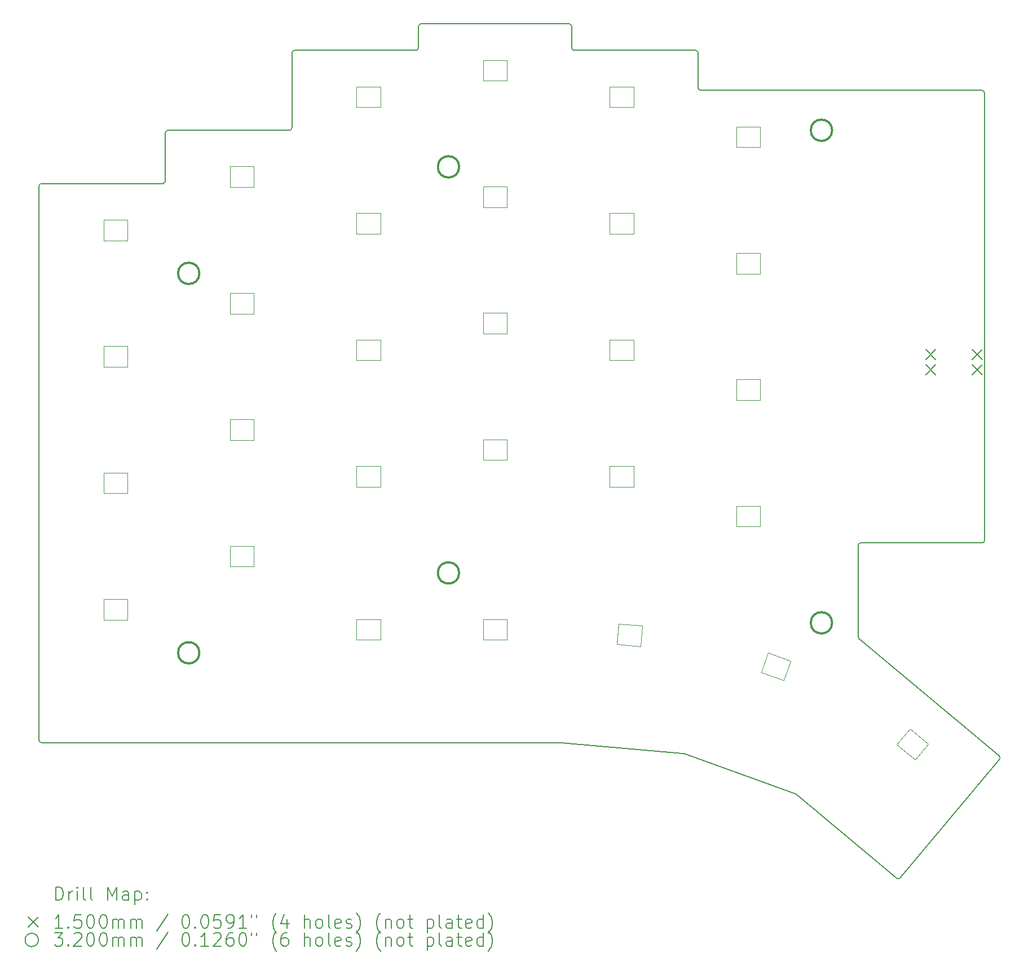
<source format=gbr>
%TF.GenerationSoftware,KiCad,Pcbnew,8.0.4*%
%TF.CreationDate,2024-11-01T23:58:40-06:00*%
%TF.ProjectId,boost58,626f6f73-7435-4382-9e6b-696361645f70,0.1*%
%TF.SameCoordinates,Original*%
%TF.FileFunction,Drillmap*%
%TF.FilePolarity,Positive*%
%FSLAX45Y45*%
G04 Gerber Fmt 4.5, Leading zero omitted, Abs format (unit mm)*
G04 Created by KiCad (PCBNEW 8.0.4) date 2024-11-01 23:58:40*
%MOMM*%
%LPD*%
G01*
G04 APERTURE LIST*
%ADD10C,0.150000*%
%ADD11C,0.120000*%
%ADD12C,0.200000*%
%ADD13C,0.320000*%
G04 APERTURE END LIST*
D10*
X12522032Y-13660553D02*
G75*
G02*
X12532226Y-13662813I-3472J-39787D01*
G01*
X10850000Y-2740000D02*
X10850000Y-3060000D01*
X8550000Y-2740000D02*
G75*
G02*
X8590000Y-2700000I40000J0D01*
G01*
X15164288Y-11933697D02*
X17267789Y-13698744D01*
X12532226Y-13662813D02*
X14219244Y-14276837D01*
X8550000Y-3060000D02*
X8550000Y-2740000D01*
X15781452Y-15532320D02*
X17272720Y-13755097D01*
X15781452Y-15532320D02*
G75*
G02*
X15725098Y-15537251I-30642J25710D01*
G01*
X6650000Y-4260000D02*
X6650000Y-3140000D01*
X8550000Y-3060000D02*
G75*
G02*
X8510000Y-3100000I-40000J0D01*
G01*
X17010000Y-3700000D02*
G75*
G02*
X17050000Y-3740000I0J-40000D01*
G01*
X10810000Y-2700000D02*
G75*
G02*
X10850000Y-2740000I0J-40000D01*
G01*
X2890000Y-13500000D02*
X10685155Y-13500000D01*
X17010000Y-10500000D02*
X15190000Y-10500000D01*
X2890000Y-5100000D02*
X4710000Y-5100000D01*
X10688642Y-13500152D02*
X12522032Y-13660553D01*
X15164288Y-11933697D02*
G75*
G02*
X15149999Y-11903055I25722J30647D01*
G01*
X2850000Y-5140000D02*
G75*
G02*
X2890000Y-5100000I40000J0D01*
G01*
X4750000Y-4340000D02*
G75*
G02*
X4790000Y-4300000I40000J0D01*
G01*
X4750000Y-5060000D02*
X4750000Y-4340000D01*
X17267789Y-13698744D02*
G75*
G02*
X17272715Y-13755093I-25699J-30636D01*
G01*
X2890000Y-13500000D02*
G75*
G02*
X2850000Y-13460000I0J40000D01*
G01*
X12710000Y-3100000D02*
G75*
G02*
X12750000Y-3140000I0J-40000D01*
G01*
X15150000Y-10540000D02*
G75*
G02*
X15190000Y-10500000I40000J0D01*
G01*
X17050000Y-10460000D02*
X17050000Y-3740000D01*
X4750000Y-5060000D02*
G75*
G02*
X4710000Y-5100000I-40000J0D01*
G01*
X8590000Y-2700000D02*
X10810000Y-2700000D01*
X6650000Y-4260000D02*
G75*
G02*
X6610000Y-4300000I-40000J0D01*
G01*
X6650000Y-3140000D02*
G75*
G02*
X6690000Y-3100000I40000J0D01*
G01*
X12790000Y-3700000D02*
X17010000Y-3700000D01*
X15150000Y-11903055D02*
X15150000Y-10540000D01*
X2850000Y-13460000D02*
X2850000Y-5140000D01*
X4790000Y-4300000D02*
X6610000Y-4300000D01*
X10890000Y-3100000D02*
G75*
G02*
X10850000Y-3060000I0J40000D01*
G01*
X12790000Y-3700000D02*
G75*
G02*
X12750000Y-3660000I0J40000D01*
G01*
X10685155Y-13500000D02*
G75*
G02*
X10688642Y-13500153I-15J-40250D01*
G01*
X17050000Y-10460000D02*
G75*
G02*
X17010000Y-10500000I-40000J0D01*
G01*
X10890000Y-3100000D02*
X12710000Y-3100000D01*
X6690000Y-3100000D02*
X8510000Y-3100000D01*
X14231275Y-14283783D02*
X15725099Y-15537251D01*
X12750000Y-3140000D02*
X12750000Y-3660000D01*
X14219244Y-14276837D02*
G75*
G02*
X14231276Y-14283782I-13654J-37553D01*
G01*
D11*
X5720000Y-4845000D02*
X6080000Y-4845000D01*
X6080000Y-5155000D01*
X5720000Y-5155000D01*
X5720000Y-4845000D01*
X7620000Y-5545000D02*
X7980000Y-5545000D01*
X7980000Y-5855000D01*
X7620000Y-5855000D01*
X7620000Y-5545000D01*
X13320000Y-8045000D02*
X13680000Y-8045000D01*
X13680000Y-8355000D01*
X13320000Y-8355000D01*
X13320000Y-8045000D01*
X7620000Y-11645000D02*
X7980000Y-11645000D01*
X7980000Y-11955000D01*
X7620000Y-11955000D01*
X7620000Y-11645000D01*
X11420000Y-7445000D02*
X11780000Y-7445000D01*
X11780000Y-7755000D01*
X11420000Y-7755000D01*
X11420000Y-7445000D01*
X5720000Y-8645000D02*
X6080000Y-8645000D01*
X6080000Y-8955000D01*
X5720000Y-8955000D01*
X5720000Y-8645000D01*
X3820000Y-11345000D02*
X4180000Y-11345000D01*
X4180000Y-11655000D01*
X3820000Y-11655000D01*
X3820000Y-11345000D01*
X13320000Y-4245000D02*
X13680000Y-4245000D01*
X13680000Y-4555000D01*
X13320000Y-4555000D01*
X13320000Y-4245000D01*
X7620000Y-3645000D02*
X7980000Y-3645000D01*
X7980000Y-3955000D01*
X7620000Y-3955000D01*
X7620000Y-3645000D01*
X11420000Y-5545000D02*
X11780000Y-5545000D01*
X11780000Y-5855000D01*
X11420000Y-5855000D01*
X11420000Y-5545000D01*
X16205050Y-13518445D02*
X16005786Y-13755919D01*
X15730010Y-13524515D01*
X15929274Y-13287041D01*
X16205050Y-13518445D01*
X11911414Y-11745048D02*
X11884396Y-12053868D01*
X11525766Y-12022492D01*
X11552784Y-11713672D01*
X11911414Y-11745048D01*
X3820000Y-7545000D02*
X4180000Y-7545000D01*
X4180000Y-7855000D01*
X3820000Y-7855000D01*
X3820000Y-7545000D01*
X9520000Y-8945000D02*
X9880000Y-8945000D01*
X9880000Y-9255000D01*
X9520000Y-9255000D01*
X9520000Y-8945000D01*
X5720000Y-6745000D02*
X6080000Y-6745000D01*
X6080000Y-7055000D01*
X5720000Y-7055000D01*
X5720000Y-6745000D01*
X13320000Y-9945000D02*
X13680000Y-9945000D01*
X13680000Y-10255000D01*
X13320000Y-10255000D01*
X13320000Y-9945000D01*
X7620000Y-7445000D02*
X7980000Y-7445000D01*
X7980000Y-7755000D01*
X7620000Y-7755000D01*
X7620000Y-7445000D01*
X9520000Y-5145000D02*
X9880000Y-5145000D01*
X9880000Y-5455000D01*
X9520000Y-5455000D01*
X9520000Y-5145000D01*
X9520000Y-7045000D02*
X9880000Y-7045000D01*
X9880000Y-7355000D01*
X9520000Y-7355000D01*
X9520000Y-7045000D01*
X5720000Y-10545000D02*
X6080000Y-10545000D01*
X6080000Y-10855000D01*
X5720000Y-10855000D01*
X5720000Y-10545000D01*
X7620000Y-9345000D02*
X7980000Y-9345000D01*
X7980000Y-9655000D01*
X7620000Y-9655000D01*
X7620000Y-9345000D01*
X9520000Y-3245000D02*
X9880000Y-3245000D01*
X9880000Y-3555000D01*
X9520000Y-3555000D01*
X9520000Y-3245000D01*
X11420000Y-3645000D02*
X11780000Y-3645000D01*
X11780000Y-3955000D01*
X11420000Y-3955000D01*
X11420000Y-3645000D01*
X3820000Y-5645000D02*
X4180000Y-5645000D01*
X4180000Y-5955000D01*
X3820000Y-5955000D01*
X3820000Y-5645000D01*
X14139478Y-12273751D02*
X14033451Y-12565056D01*
X13695162Y-12441929D01*
X13801188Y-12150624D01*
X14139478Y-12273751D01*
X3820000Y-9445000D02*
X4180000Y-9445000D01*
X4180000Y-9755000D01*
X3820000Y-9755000D01*
X3820000Y-9445000D01*
X9520000Y-11645000D02*
X9880000Y-11645000D01*
X9880000Y-11955000D01*
X9520000Y-11955000D01*
X9520000Y-11645000D01*
X11420000Y-9345000D02*
X11780000Y-9345000D01*
X11780000Y-9655000D01*
X11420000Y-9655000D01*
X11420000Y-9345000D01*
X13320000Y-6145000D02*
X13680000Y-6145000D01*
X13680000Y-6455000D01*
X13320000Y-6455000D01*
X13320000Y-6145000D01*
D12*
D10*
X16165000Y-7595000D02*
X16315000Y-7745000D01*
X16315000Y-7595000D02*
X16165000Y-7745000D01*
X16165000Y-7825000D02*
X16315000Y-7975000D01*
X16315000Y-7825000D02*
X16165000Y-7975000D01*
X16865000Y-7595000D02*
X17015000Y-7745000D01*
X17015000Y-7595000D02*
X16865000Y-7745000D01*
X16865000Y-7825000D02*
X17015000Y-7975000D01*
X17015000Y-7825000D02*
X16865000Y-7975000D01*
D13*
X5260000Y-6450000D02*
G75*
G02*
X4940000Y-6450000I-160000J0D01*
G01*
X4940000Y-6450000D02*
G75*
G02*
X5260000Y-6450000I160000J0D01*
G01*
X5260000Y-12150000D02*
G75*
G02*
X4940000Y-12150000I-160000J0D01*
G01*
X4940000Y-12150000D02*
G75*
G02*
X5260000Y-12150000I160000J0D01*
G01*
X9160000Y-4850000D02*
G75*
G02*
X8840000Y-4850000I-160000J0D01*
G01*
X8840000Y-4850000D02*
G75*
G02*
X9160000Y-4850000I160000J0D01*
G01*
X9160000Y-10950000D02*
G75*
G02*
X8840000Y-10950000I-160000J0D01*
G01*
X8840000Y-10950000D02*
G75*
G02*
X9160000Y-10950000I160000J0D01*
G01*
X14760000Y-4300000D02*
G75*
G02*
X14440000Y-4300000I-160000J0D01*
G01*
X14440000Y-4300000D02*
G75*
G02*
X14760000Y-4300000I160000J0D01*
G01*
X14760000Y-11700000D02*
G75*
G02*
X14440000Y-11700000I-160000J0D01*
G01*
X14440000Y-11700000D02*
G75*
G02*
X14760000Y-11700000I160000J0D01*
G01*
D12*
X3103277Y-15865593D02*
X3103277Y-15665593D01*
X3103277Y-15665593D02*
X3150896Y-15665593D01*
X3150896Y-15665593D02*
X3179467Y-15675117D01*
X3179467Y-15675117D02*
X3198515Y-15694165D01*
X3198515Y-15694165D02*
X3208039Y-15713212D01*
X3208039Y-15713212D02*
X3217562Y-15751307D01*
X3217562Y-15751307D02*
X3217562Y-15779879D01*
X3217562Y-15779879D02*
X3208039Y-15817974D01*
X3208039Y-15817974D02*
X3198515Y-15837022D01*
X3198515Y-15837022D02*
X3179467Y-15856069D01*
X3179467Y-15856069D02*
X3150896Y-15865593D01*
X3150896Y-15865593D02*
X3103277Y-15865593D01*
X3303277Y-15865593D02*
X3303277Y-15732260D01*
X3303277Y-15770355D02*
X3312801Y-15751307D01*
X3312801Y-15751307D02*
X3322324Y-15741784D01*
X3322324Y-15741784D02*
X3341372Y-15732260D01*
X3341372Y-15732260D02*
X3360420Y-15732260D01*
X3427086Y-15865593D02*
X3427086Y-15732260D01*
X3427086Y-15665593D02*
X3417562Y-15675117D01*
X3417562Y-15675117D02*
X3427086Y-15684641D01*
X3427086Y-15684641D02*
X3436610Y-15675117D01*
X3436610Y-15675117D02*
X3427086Y-15665593D01*
X3427086Y-15665593D02*
X3427086Y-15684641D01*
X3550896Y-15865593D02*
X3531848Y-15856069D01*
X3531848Y-15856069D02*
X3522324Y-15837022D01*
X3522324Y-15837022D02*
X3522324Y-15665593D01*
X3655658Y-15865593D02*
X3636610Y-15856069D01*
X3636610Y-15856069D02*
X3627086Y-15837022D01*
X3627086Y-15837022D02*
X3627086Y-15665593D01*
X3884229Y-15865593D02*
X3884229Y-15665593D01*
X3884229Y-15665593D02*
X3950896Y-15808450D01*
X3950896Y-15808450D02*
X4017562Y-15665593D01*
X4017562Y-15665593D02*
X4017562Y-15865593D01*
X4198515Y-15865593D02*
X4198515Y-15760831D01*
X4198515Y-15760831D02*
X4188991Y-15741784D01*
X4188991Y-15741784D02*
X4169943Y-15732260D01*
X4169943Y-15732260D02*
X4131848Y-15732260D01*
X4131848Y-15732260D02*
X4112801Y-15741784D01*
X4198515Y-15856069D02*
X4179467Y-15865593D01*
X4179467Y-15865593D02*
X4131848Y-15865593D01*
X4131848Y-15865593D02*
X4112801Y-15856069D01*
X4112801Y-15856069D02*
X4103277Y-15837022D01*
X4103277Y-15837022D02*
X4103277Y-15817974D01*
X4103277Y-15817974D02*
X4112801Y-15798927D01*
X4112801Y-15798927D02*
X4131848Y-15789403D01*
X4131848Y-15789403D02*
X4179467Y-15789403D01*
X4179467Y-15789403D02*
X4198515Y-15779879D01*
X4293753Y-15732260D02*
X4293753Y-15932260D01*
X4293753Y-15741784D02*
X4312801Y-15732260D01*
X4312801Y-15732260D02*
X4350896Y-15732260D01*
X4350896Y-15732260D02*
X4369944Y-15741784D01*
X4369944Y-15741784D02*
X4379467Y-15751307D01*
X4379467Y-15751307D02*
X4388991Y-15770355D01*
X4388991Y-15770355D02*
X4388991Y-15827498D01*
X4388991Y-15827498D02*
X4379467Y-15846546D01*
X4379467Y-15846546D02*
X4369944Y-15856069D01*
X4369944Y-15856069D02*
X4350896Y-15865593D01*
X4350896Y-15865593D02*
X4312801Y-15865593D01*
X4312801Y-15865593D02*
X4293753Y-15856069D01*
X4474705Y-15846546D02*
X4484229Y-15856069D01*
X4484229Y-15856069D02*
X4474705Y-15865593D01*
X4474705Y-15865593D02*
X4465182Y-15856069D01*
X4465182Y-15856069D02*
X4474705Y-15846546D01*
X4474705Y-15846546D02*
X4474705Y-15865593D01*
X4474705Y-15741784D02*
X4484229Y-15751307D01*
X4484229Y-15751307D02*
X4474705Y-15760831D01*
X4474705Y-15760831D02*
X4465182Y-15751307D01*
X4465182Y-15751307D02*
X4474705Y-15741784D01*
X4474705Y-15741784D02*
X4474705Y-15760831D01*
D10*
X2692500Y-16119109D02*
X2842500Y-16269109D01*
X2842500Y-16119109D02*
X2692500Y-16269109D01*
D12*
X3208039Y-16285593D02*
X3093753Y-16285593D01*
X3150896Y-16285593D02*
X3150896Y-16085593D01*
X3150896Y-16085593D02*
X3131848Y-16114165D01*
X3131848Y-16114165D02*
X3112801Y-16133212D01*
X3112801Y-16133212D02*
X3093753Y-16142736D01*
X3293753Y-16266546D02*
X3303277Y-16276069D01*
X3303277Y-16276069D02*
X3293753Y-16285593D01*
X3293753Y-16285593D02*
X3284229Y-16276069D01*
X3284229Y-16276069D02*
X3293753Y-16266546D01*
X3293753Y-16266546D02*
X3293753Y-16285593D01*
X3484229Y-16085593D02*
X3388991Y-16085593D01*
X3388991Y-16085593D02*
X3379467Y-16180831D01*
X3379467Y-16180831D02*
X3388991Y-16171307D01*
X3388991Y-16171307D02*
X3408039Y-16161784D01*
X3408039Y-16161784D02*
X3455658Y-16161784D01*
X3455658Y-16161784D02*
X3474705Y-16171307D01*
X3474705Y-16171307D02*
X3484229Y-16180831D01*
X3484229Y-16180831D02*
X3493753Y-16199879D01*
X3493753Y-16199879D02*
X3493753Y-16247498D01*
X3493753Y-16247498D02*
X3484229Y-16266546D01*
X3484229Y-16266546D02*
X3474705Y-16276069D01*
X3474705Y-16276069D02*
X3455658Y-16285593D01*
X3455658Y-16285593D02*
X3408039Y-16285593D01*
X3408039Y-16285593D02*
X3388991Y-16276069D01*
X3388991Y-16276069D02*
X3379467Y-16266546D01*
X3617562Y-16085593D02*
X3636610Y-16085593D01*
X3636610Y-16085593D02*
X3655658Y-16095117D01*
X3655658Y-16095117D02*
X3665182Y-16104641D01*
X3665182Y-16104641D02*
X3674705Y-16123688D01*
X3674705Y-16123688D02*
X3684229Y-16161784D01*
X3684229Y-16161784D02*
X3684229Y-16209403D01*
X3684229Y-16209403D02*
X3674705Y-16247498D01*
X3674705Y-16247498D02*
X3665182Y-16266546D01*
X3665182Y-16266546D02*
X3655658Y-16276069D01*
X3655658Y-16276069D02*
X3636610Y-16285593D01*
X3636610Y-16285593D02*
X3617562Y-16285593D01*
X3617562Y-16285593D02*
X3598515Y-16276069D01*
X3598515Y-16276069D02*
X3588991Y-16266546D01*
X3588991Y-16266546D02*
X3579467Y-16247498D01*
X3579467Y-16247498D02*
X3569943Y-16209403D01*
X3569943Y-16209403D02*
X3569943Y-16161784D01*
X3569943Y-16161784D02*
X3579467Y-16123688D01*
X3579467Y-16123688D02*
X3588991Y-16104641D01*
X3588991Y-16104641D02*
X3598515Y-16095117D01*
X3598515Y-16095117D02*
X3617562Y-16085593D01*
X3808039Y-16085593D02*
X3827086Y-16085593D01*
X3827086Y-16085593D02*
X3846134Y-16095117D01*
X3846134Y-16095117D02*
X3855658Y-16104641D01*
X3855658Y-16104641D02*
X3865182Y-16123688D01*
X3865182Y-16123688D02*
X3874705Y-16161784D01*
X3874705Y-16161784D02*
X3874705Y-16209403D01*
X3874705Y-16209403D02*
X3865182Y-16247498D01*
X3865182Y-16247498D02*
X3855658Y-16266546D01*
X3855658Y-16266546D02*
X3846134Y-16276069D01*
X3846134Y-16276069D02*
X3827086Y-16285593D01*
X3827086Y-16285593D02*
X3808039Y-16285593D01*
X3808039Y-16285593D02*
X3788991Y-16276069D01*
X3788991Y-16276069D02*
X3779467Y-16266546D01*
X3779467Y-16266546D02*
X3769943Y-16247498D01*
X3769943Y-16247498D02*
X3760420Y-16209403D01*
X3760420Y-16209403D02*
X3760420Y-16161784D01*
X3760420Y-16161784D02*
X3769943Y-16123688D01*
X3769943Y-16123688D02*
X3779467Y-16104641D01*
X3779467Y-16104641D02*
X3788991Y-16095117D01*
X3788991Y-16095117D02*
X3808039Y-16085593D01*
X3960420Y-16285593D02*
X3960420Y-16152260D01*
X3960420Y-16171307D02*
X3969943Y-16161784D01*
X3969943Y-16161784D02*
X3988991Y-16152260D01*
X3988991Y-16152260D02*
X4017563Y-16152260D01*
X4017563Y-16152260D02*
X4036610Y-16161784D01*
X4036610Y-16161784D02*
X4046134Y-16180831D01*
X4046134Y-16180831D02*
X4046134Y-16285593D01*
X4046134Y-16180831D02*
X4055658Y-16161784D01*
X4055658Y-16161784D02*
X4074705Y-16152260D01*
X4074705Y-16152260D02*
X4103277Y-16152260D01*
X4103277Y-16152260D02*
X4122324Y-16161784D01*
X4122324Y-16161784D02*
X4131848Y-16180831D01*
X4131848Y-16180831D02*
X4131848Y-16285593D01*
X4227086Y-16285593D02*
X4227086Y-16152260D01*
X4227086Y-16171307D02*
X4236610Y-16161784D01*
X4236610Y-16161784D02*
X4255658Y-16152260D01*
X4255658Y-16152260D02*
X4284229Y-16152260D01*
X4284229Y-16152260D02*
X4303277Y-16161784D01*
X4303277Y-16161784D02*
X4312801Y-16180831D01*
X4312801Y-16180831D02*
X4312801Y-16285593D01*
X4312801Y-16180831D02*
X4322325Y-16161784D01*
X4322325Y-16161784D02*
X4341372Y-16152260D01*
X4341372Y-16152260D02*
X4369944Y-16152260D01*
X4369944Y-16152260D02*
X4388991Y-16161784D01*
X4388991Y-16161784D02*
X4398515Y-16180831D01*
X4398515Y-16180831D02*
X4398515Y-16285593D01*
X4788991Y-16076069D02*
X4617563Y-16333212D01*
X5046134Y-16085593D02*
X5065182Y-16085593D01*
X5065182Y-16085593D02*
X5084229Y-16095117D01*
X5084229Y-16095117D02*
X5093753Y-16104641D01*
X5093753Y-16104641D02*
X5103277Y-16123688D01*
X5103277Y-16123688D02*
X5112801Y-16161784D01*
X5112801Y-16161784D02*
X5112801Y-16209403D01*
X5112801Y-16209403D02*
X5103277Y-16247498D01*
X5103277Y-16247498D02*
X5093753Y-16266546D01*
X5093753Y-16266546D02*
X5084229Y-16276069D01*
X5084229Y-16276069D02*
X5065182Y-16285593D01*
X5065182Y-16285593D02*
X5046134Y-16285593D01*
X5046134Y-16285593D02*
X5027087Y-16276069D01*
X5027087Y-16276069D02*
X5017563Y-16266546D01*
X5017563Y-16266546D02*
X5008039Y-16247498D01*
X5008039Y-16247498D02*
X4998515Y-16209403D01*
X4998515Y-16209403D02*
X4998515Y-16161784D01*
X4998515Y-16161784D02*
X5008039Y-16123688D01*
X5008039Y-16123688D02*
X5017563Y-16104641D01*
X5017563Y-16104641D02*
X5027087Y-16095117D01*
X5027087Y-16095117D02*
X5046134Y-16085593D01*
X5198515Y-16266546D02*
X5208039Y-16276069D01*
X5208039Y-16276069D02*
X5198515Y-16285593D01*
X5198515Y-16285593D02*
X5188991Y-16276069D01*
X5188991Y-16276069D02*
X5198515Y-16266546D01*
X5198515Y-16266546D02*
X5198515Y-16285593D01*
X5331848Y-16085593D02*
X5350896Y-16085593D01*
X5350896Y-16085593D02*
X5369944Y-16095117D01*
X5369944Y-16095117D02*
X5379468Y-16104641D01*
X5379468Y-16104641D02*
X5388991Y-16123688D01*
X5388991Y-16123688D02*
X5398515Y-16161784D01*
X5398515Y-16161784D02*
X5398515Y-16209403D01*
X5398515Y-16209403D02*
X5388991Y-16247498D01*
X5388991Y-16247498D02*
X5379468Y-16266546D01*
X5379468Y-16266546D02*
X5369944Y-16276069D01*
X5369944Y-16276069D02*
X5350896Y-16285593D01*
X5350896Y-16285593D02*
X5331848Y-16285593D01*
X5331848Y-16285593D02*
X5312801Y-16276069D01*
X5312801Y-16276069D02*
X5303277Y-16266546D01*
X5303277Y-16266546D02*
X5293753Y-16247498D01*
X5293753Y-16247498D02*
X5284229Y-16209403D01*
X5284229Y-16209403D02*
X5284229Y-16161784D01*
X5284229Y-16161784D02*
X5293753Y-16123688D01*
X5293753Y-16123688D02*
X5303277Y-16104641D01*
X5303277Y-16104641D02*
X5312801Y-16095117D01*
X5312801Y-16095117D02*
X5331848Y-16085593D01*
X5579468Y-16085593D02*
X5484229Y-16085593D01*
X5484229Y-16085593D02*
X5474706Y-16180831D01*
X5474706Y-16180831D02*
X5484229Y-16171307D01*
X5484229Y-16171307D02*
X5503277Y-16161784D01*
X5503277Y-16161784D02*
X5550896Y-16161784D01*
X5550896Y-16161784D02*
X5569944Y-16171307D01*
X5569944Y-16171307D02*
X5579468Y-16180831D01*
X5579468Y-16180831D02*
X5588991Y-16199879D01*
X5588991Y-16199879D02*
X5588991Y-16247498D01*
X5588991Y-16247498D02*
X5579468Y-16266546D01*
X5579468Y-16266546D02*
X5569944Y-16276069D01*
X5569944Y-16276069D02*
X5550896Y-16285593D01*
X5550896Y-16285593D02*
X5503277Y-16285593D01*
X5503277Y-16285593D02*
X5484229Y-16276069D01*
X5484229Y-16276069D02*
X5474706Y-16266546D01*
X5684229Y-16285593D02*
X5722325Y-16285593D01*
X5722325Y-16285593D02*
X5741372Y-16276069D01*
X5741372Y-16276069D02*
X5750896Y-16266546D01*
X5750896Y-16266546D02*
X5769944Y-16237974D01*
X5769944Y-16237974D02*
X5779467Y-16199879D01*
X5779467Y-16199879D02*
X5779467Y-16123688D01*
X5779467Y-16123688D02*
X5769944Y-16104641D01*
X5769944Y-16104641D02*
X5760420Y-16095117D01*
X5760420Y-16095117D02*
X5741372Y-16085593D01*
X5741372Y-16085593D02*
X5703277Y-16085593D01*
X5703277Y-16085593D02*
X5684229Y-16095117D01*
X5684229Y-16095117D02*
X5674706Y-16104641D01*
X5674706Y-16104641D02*
X5665182Y-16123688D01*
X5665182Y-16123688D02*
X5665182Y-16171307D01*
X5665182Y-16171307D02*
X5674706Y-16190355D01*
X5674706Y-16190355D02*
X5684229Y-16199879D01*
X5684229Y-16199879D02*
X5703277Y-16209403D01*
X5703277Y-16209403D02*
X5741372Y-16209403D01*
X5741372Y-16209403D02*
X5760420Y-16199879D01*
X5760420Y-16199879D02*
X5769944Y-16190355D01*
X5769944Y-16190355D02*
X5779467Y-16171307D01*
X5969944Y-16285593D02*
X5855658Y-16285593D01*
X5912801Y-16285593D02*
X5912801Y-16085593D01*
X5912801Y-16085593D02*
X5893753Y-16114165D01*
X5893753Y-16114165D02*
X5874706Y-16133212D01*
X5874706Y-16133212D02*
X5855658Y-16142736D01*
X6046134Y-16085593D02*
X6046134Y-16123688D01*
X6122325Y-16085593D02*
X6122325Y-16123688D01*
X6417563Y-16361784D02*
X6408039Y-16352260D01*
X6408039Y-16352260D02*
X6388991Y-16323688D01*
X6388991Y-16323688D02*
X6379468Y-16304641D01*
X6379468Y-16304641D02*
X6369944Y-16276069D01*
X6369944Y-16276069D02*
X6360420Y-16228450D01*
X6360420Y-16228450D02*
X6360420Y-16190355D01*
X6360420Y-16190355D02*
X6369944Y-16142736D01*
X6369944Y-16142736D02*
X6379468Y-16114165D01*
X6379468Y-16114165D02*
X6388991Y-16095117D01*
X6388991Y-16095117D02*
X6408039Y-16066546D01*
X6408039Y-16066546D02*
X6417563Y-16057022D01*
X6579468Y-16152260D02*
X6579468Y-16285593D01*
X6531848Y-16076069D02*
X6484229Y-16218927D01*
X6484229Y-16218927D02*
X6608039Y-16218927D01*
X6836610Y-16285593D02*
X6836610Y-16085593D01*
X6922325Y-16285593D02*
X6922325Y-16180831D01*
X6922325Y-16180831D02*
X6912801Y-16161784D01*
X6912801Y-16161784D02*
X6893753Y-16152260D01*
X6893753Y-16152260D02*
X6865182Y-16152260D01*
X6865182Y-16152260D02*
X6846134Y-16161784D01*
X6846134Y-16161784D02*
X6836610Y-16171307D01*
X7046134Y-16285593D02*
X7027087Y-16276069D01*
X7027087Y-16276069D02*
X7017563Y-16266546D01*
X7017563Y-16266546D02*
X7008039Y-16247498D01*
X7008039Y-16247498D02*
X7008039Y-16190355D01*
X7008039Y-16190355D02*
X7017563Y-16171307D01*
X7017563Y-16171307D02*
X7027087Y-16161784D01*
X7027087Y-16161784D02*
X7046134Y-16152260D01*
X7046134Y-16152260D02*
X7074706Y-16152260D01*
X7074706Y-16152260D02*
X7093753Y-16161784D01*
X7093753Y-16161784D02*
X7103277Y-16171307D01*
X7103277Y-16171307D02*
X7112801Y-16190355D01*
X7112801Y-16190355D02*
X7112801Y-16247498D01*
X7112801Y-16247498D02*
X7103277Y-16266546D01*
X7103277Y-16266546D02*
X7093753Y-16276069D01*
X7093753Y-16276069D02*
X7074706Y-16285593D01*
X7074706Y-16285593D02*
X7046134Y-16285593D01*
X7227087Y-16285593D02*
X7208039Y-16276069D01*
X7208039Y-16276069D02*
X7198515Y-16257022D01*
X7198515Y-16257022D02*
X7198515Y-16085593D01*
X7379468Y-16276069D02*
X7360420Y-16285593D01*
X7360420Y-16285593D02*
X7322325Y-16285593D01*
X7322325Y-16285593D02*
X7303277Y-16276069D01*
X7303277Y-16276069D02*
X7293753Y-16257022D01*
X7293753Y-16257022D02*
X7293753Y-16180831D01*
X7293753Y-16180831D02*
X7303277Y-16161784D01*
X7303277Y-16161784D02*
X7322325Y-16152260D01*
X7322325Y-16152260D02*
X7360420Y-16152260D01*
X7360420Y-16152260D02*
X7379468Y-16161784D01*
X7379468Y-16161784D02*
X7388991Y-16180831D01*
X7388991Y-16180831D02*
X7388991Y-16199879D01*
X7388991Y-16199879D02*
X7293753Y-16218927D01*
X7465182Y-16276069D02*
X7484230Y-16285593D01*
X7484230Y-16285593D02*
X7522325Y-16285593D01*
X7522325Y-16285593D02*
X7541372Y-16276069D01*
X7541372Y-16276069D02*
X7550896Y-16257022D01*
X7550896Y-16257022D02*
X7550896Y-16247498D01*
X7550896Y-16247498D02*
X7541372Y-16228450D01*
X7541372Y-16228450D02*
X7522325Y-16218927D01*
X7522325Y-16218927D02*
X7493753Y-16218927D01*
X7493753Y-16218927D02*
X7474706Y-16209403D01*
X7474706Y-16209403D02*
X7465182Y-16190355D01*
X7465182Y-16190355D02*
X7465182Y-16180831D01*
X7465182Y-16180831D02*
X7474706Y-16161784D01*
X7474706Y-16161784D02*
X7493753Y-16152260D01*
X7493753Y-16152260D02*
X7522325Y-16152260D01*
X7522325Y-16152260D02*
X7541372Y-16161784D01*
X7617563Y-16361784D02*
X7627087Y-16352260D01*
X7627087Y-16352260D02*
X7646134Y-16323688D01*
X7646134Y-16323688D02*
X7655658Y-16304641D01*
X7655658Y-16304641D02*
X7665182Y-16276069D01*
X7665182Y-16276069D02*
X7674706Y-16228450D01*
X7674706Y-16228450D02*
X7674706Y-16190355D01*
X7674706Y-16190355D02*
X7665182Y-16142736D01*
X7665182Y-16142736D02*
X7655658Y-16114165D01*
X7655658Y-16114165D02*
X7646134Y-16095117D01*
X7646134Y-16095117D02*
X7627087Y-16066546D01*
X7627087Y-16066546D02*
X7617563Y-16057022D01*
X7979468Y-16361784D02*
X7969944Y-16352260D01*
X7969944Y-16352260D02*
X7950896Y-16323688D01*
X7950896Y-16323688D02*
X7941372Y-16304641D01*
X7941372Y-16304641D02*
X7931849Y-16276069D01*
X7931849Y-16276069D02*
X7922325Y-16228450D01*
X7922325Y-16228450D02*
X7922325Y-16190355D01*
X7922325Y-16190355D02*
X7931849Y-16142736D01*
X7931849Y-16142736D02*
X7941372Y-16114165D01*
X7941372Y-16114165D02*
X7950896Y-16095117D01*
X7950896Y-16095117D02*
X7969944Y-16066546D01*
X7969944Y-16066546D02*
X7979468Y-16057022D01*
X8055658Y-16152260D02*
X8055658Y-16285593D01*
X8055658Y-16171307D02*
X8065182Y-16161784D01*
X8065182Y-16161784D02*
X8084230Y-16152260D01*
X8084230Y-16152260D02*
X8112801Y-16152260D01*
X8112801Y-16152260D02*
X8131849Y-16161784D01*
X8131849Y-16161784D02*
X8141372Y-16180831D01*
X8141372Y-16180831D02*
X8141372Y-16285593D01*
X8265182Y-16285593D02*
X8246134Y-16276069D01*
X8246134Y-16276069D02*
X8236611Y-16266546D01*
X8236611Y-16266546D02*
X8227087Y-16247498D01*
X8227087Y-16247498D02*
X8227087Y-16190355D01*
X8227087Y-16190355D02*
X8236611Y-16171307D01*
X8236611Y-16171307D02*
X8246134Y-16161784D01*
X8246134Y-16161784D02*
X8265182Y-16152260D01*
X8265182Y-16152260D02*
X8293753Y-16152260D01*
X8293753Y-16152260D02*
X8312801Y-16161784D01*
X8312801Y-16161784D02*
X8322325Y-16171307D01*
X8322325Y-16171307D02*
X8331849Y-16190355D01*
X8331849Y-16190355D02*
X8331849Y-16247498D01*
X8331849Y-16247498D02*
X8322325Y-16266546D01*
X8322325Y-16266546D02*
X8312801Y-16276069D01*
X8312801Y-16276069D02*
X8293753Y-16285593D01*
X8293753Y-16285593D02*
X8265182Y-16285593D01*
X8388992Y-16152260D02*
X8465182Y-16152260D01*
X8417563Y-16085593D02*
X8417563Y-16257022D01*
X8417563Y-16257022D02*
X8427087Y-16276069D01*
X8427087Y-16276069D02*
X8446134Y-16285593D01*
X8446134Y-16285593D02*
X8465182Y-16285593D01*
X8684230Y-16152260D02*
X8684230Y-16352260D01*
X8684230Y-16161784D02*
X8703277Y-16152260D01*
X8703277Y-16152260D02*
X8741373Y-16152260D01*
X8741373Y-16152260D02*
X8760420Y-16161784D01*
X8760420Y-16161784D02*
X8769944Y-16171307D01*
X8769944Y-16171307D02*
X8779468Y-16190355D01*
X8779468Y-16190355D02*
X8779468Y-16247498D01*
X8779468Y-16247498D02*
X8769944Y-16266546D01*
X8769944Y-16266546D02*
X8760420Y-16276069D01*
X8760420Y-16276069D02*
X8741373Y-16285593D01*
X8741373Y-16285593D02*
X8703277Y-16285593D01*
X8703277Y-16285593D02*
X8684230Y-16276069D01*
X8893754Y-16285593D02*
X8874706Y-16276069D01*
X8874706Y-16276069D02*
X8865182Y-16257022D01*
X8865182Y-16257022D02*
X8865182Y-16085593D01*
X9055658Y-16285593D02*
X9055658Y-16180831D01*
X9055658Y-16180831D02*
X9046135Y-16161784D01*
X9046135Y-16161784D02*
X9027087Y-16152260D01*
X9027087Y-16152260D02*
X8988992Y-16152260D01*
X8988992Y-16152260D02*
X8969944Y-16161784D01*
X9055658Y-16276069D02*
X9036611Y-16285593D01*
X9036611Y-16285593D02*
X8988992Y-16285593D01*
X8988992Y-16285593D02*
X8969944Y-16276069D01*
X8969944Y-16276069D02*
X8960420Y-16257022D01*
X8960420Y-16257022D02*
X8960420Y-16237974D01*
X8960420Y-16237974D02*
X8969944Y-16218927D01*
X8969944Y-16218927D02*
X8988992Y-16209403D01*
X8988992Y-16209403D02*
X9036611Y-16209403D01*
X9036611Y-16209403D02*
X9055658Y-16199879D01*
X9122325Y-16152260D02*
X9198515Y-16152260D01*
X9150896Y-16085593D02*
X9150896Y-16257022D01*
X9150896Y-16257022D02*
X9160420Y-16276069D01*
X9160420Y-16276069D02*
X9179468Y-16285593D01*
X9179468Y-16285593D02*
X9198515Y-16285593D01*
X9341373Y-16276069D02*
X9322325Y-16285593D01*
X9322325Y-16285593D02*
X9284230Y-16285593D01*
X9284230Y-16285593D02*
X9265182Y-16276069D01*
X9265182Y-16276069D02*
X9255658Y-16257022D01*
X9255658Y-16257022D02*
X9255658Y-16180831D01*
X9255658Y-16180831D02*
X9265182Y-16161784D01*
X9265182Y-16161784D02*
X9284230Y-16152260D01*
X9284230Y-16152260D02*
X9322325Y-16152260D01*
X9322325Y-16152260D02*
X9341373Y-16161784D01*
X9341373Y-16161784D02*
X9350896Y-16180831D01*
X9350896Y-16180831D02*
X9350896Y-16199879D01*
X9350896Y-16199879D02*
X9255658Y-16218927D01*
X9522325Y-16285593D02*
X9522325Y-16085593D01*
X9522325Y-16276069D02*
X9503277Y-16285593D01*
X9503277Y-16285593D02*
X9465182Y-16285593D01*
X9465182Y-16285593D02*
X9446135Y-16276069D01*
X9446135Y-16276069D02*
X9436611Y-16266546D01*
X9436611Y-16266546D02*
X9427087Y-16247498D01*
X9427087Y-16247498D02*
X9427087Y-16190355D01*
X9427087Y-16190355D02*
X9436611Y-16171307D01*
X9436611Y-16171307D02*
X9446135Y-16161784D01*
X9446135Y-16161784D02*
X9465182Y-16152260D01*
X9465182Y-16152260D02*
X9503277Y-16152260D01*
X9503277Y-16152260D02*
X9522325Y-16161784D01*
X9598516Y-16361784D02*
X9608039Y-16352260D01*
X9608039Y-16352260D02*
X9627087Y-16323688D01*
X9627087Y-16323688D02*
X9636611Y-16304641D01*
X9636611Y-16304641D02*
X9646135Y-16276069D01*
X9646135Y-16276069D02*
X9655658Y-16228450D01*
X9655658Y-16228450D02*
X9655658Y-16190355D01*
X9655658Y-16190355D02*
X9646135Y-16142736D01*
X9646135Y-16142736D02*
X9636611Y-16114165D01*
X9636611Y-16114165D02*
X9627087Y-16095117D01*
X9627087Y-16095117D02*
X9608039Y-16066546D01*
X9608039Y-16066546D02*
X9598516Y-16057022D01*
X2842500Y-16464109D02*
G75*
G02*
X2642500Y-16464109I-100000J0D01*
G01*
X2642500Y-16464109D02*
G75*
G02*
X2842500Y-16464109I100000J0D01*
G01*
X3084229Y-16355593D02*
X3208039Y-16355593D01*
X3208039Y-16355593D02*
X3141372Y-16431784D01*
X3141372Y-16431784D02*
X3169943Y-16431784D01*
X3169943Y-16431784D02*
X3188991Y-16441307D01*
X3188991Y-16441307D02*
X3198515Y-16450831D01*
X3198515Y-16450831D02*
X3208039Y-16469879D01*
X3208039Y-16469879D02*
X3208039Y-16517498D01*
X3208039Y-16517498D02*
X3198515Y-16536546D01*
X3198515Y-16536546D02*
X3188991Y-16546069D01*
X3188991Y-16546069D02*
X3169943Y-16555593D01*
X3169943Y-16555593D02*
X3112801Y-16555593D01*
X3112801Y-16555593D02*
X3093753Y-16546069D01*
X3093753Y-16546069D02*
X3084229Y-16536546D01*
X3293753Y-16536546D02*
X3303277Y-16546069D01*
X3303277Y-16546069D02*
X3293753Y-16555593D01*
X3293753Y-16555593D02*
X3284229Y-16546069D01*
X3284229Y-16546069D02*
X3293753Y-16536546D01*
X3293753Y-16536546D02*
X3293753Y-16555593D01*
X3379467Y-16374641D02*
X3388991Y-16365117D01*
X3388991Y-16365117D02*
X3408039Y-16355593D01*
X3408039Y-16355593D02*
X3455658Y-16355593D01*
X3455658Y-16355593D02*
X3474705Y-16365117D01*
X3474705Y-16365117D02*
X3484229Y-16374641D01*
X3484229Y-16374641D02*
X3493753Y-16393688D01*
X3493753Y-16393688D02*
X3493753Y-16412736D01*
X3493753Y-16412736D02*
X3484229Y-16441307D01*
X3484229Y-16441307D02*
X3369943Y-16555593D01*
X3369943Y-16555593D02*
X3493753Y-16555593D01*
X3617562Y-16355593D02*
X3636610Y-16355593D01*
X3636610Y-16355593D02*
X3655658Y-16365117D01*
X3655658Y-16365117D02*
X3665182Y-16374641D01*
X3665182Y-16374641D02*
X3674705Y-16393688D01*
X3674705Y-16393688D02*
X3684229Y-16431784D01*
X3684229Y-16431784D02*
X3684229Y-16479403D01*
X3684229Y-16479403D02*
X3674705Y-16517498D01*
X3674705Y-16517498D02*
X3665182Y-16536546D01*
X3665182Y-16536546D02*
X3655658Y-16546069D01*
X3655658Y-16546069D02*
X3636610Y-16555593D01*
X3636610Y-16555593D02*
X3617562Y-16555593D01*
X3617562Y-16555593D02*
X3598515Y-16546069D01*
X3598515Y-16546069D02*
X3588991Y-16536546D01*
X3588991Y-16536546D02*
X3579467Y-16517498D01*
X3579467Y-16517498D02*
X3569943Y-16479403D01*
X3569943Y-16479403D02*
X3569943Y-16431784D01*
X3569943Y-16431784D02*
X3579467Y-16393688D01*
X3579467Y-16393688D02*
X3588991Y-16374641D01*
X3588991Y-16374641D02*
X3598515Y-16365117D01*
X3598515Y-16365117D02*
X3617562Y-16355593D01*
X3808039Y-16355593D02*
X3827086Y-16355593D01*
X3827086Y-16355593D02*
X3846134Y-16365117D01*
X3846134Y-16365117D02*
X3855658Y-16374641D01*
X3855658Y-16374641D02*
X3865182Y-16393688D01*
X3865182Y-16393688D02*
X3874705Y-16431784D01*
X3874705Y-16431784D02*
X3874705Y-16479403D01*
X3874705Y-16479403D02*
X3865182Y-16517498D01*
X3865182Y-16517498D02*
X3855658Y-16536546D01*
X3855658Y-16536546D02*
X3846134Y-16546069D01*
X3846134Y-16546069D02*
X3827086Y-16555593D01*
X3827086Y-16555593D02*
X3808039Y-16555593D01*
X3808039Y-16555593D02*
X3788991Y-16546069D01*
X3788991Y-16546069D02*
X3779467Y-16536546D01*
X3779467Y-16536546D02*
X3769943Y-16517498D01*
X3769943Y-16517498D02*
X3760420Y-16479403D01*
X3760420Y-16479403D02*
X3760420Y-16431784D01*
X3760420Y-16431784D02*
X3769943Y-16393688D01*
X3769943Y-16393688D02*
X3779467Y-16374641D01*
X3779467Y-16374641D02*
X3788991Y-16365117D01*
X3788991Y-16365117D02*
X3808039Y-16355593D01*
X3960420Y-16555593D02*
X3960420Y-16422260D01*
X3960420Y-16441307D02*
X3969943Y-16431784D01*
X3969943Y-16431784D02*
X3988991Y-16422260D01*
X3988991Y-16422260D02*
X4017563Y-16422260D01*
X4017563Y-16422260D02*
X4036610Y-16431784D01*
X4036610Y-16431784D02*
X4046134Y-16450831D01*
X4046134Y-16450831D02*
X4046134Y-16555593D01*
X4046134Y-16450831D02*
X4055658Y-16431784D01*
X4055658Y-16431784D02*
X4074705Y-16422260D01*
X4074705Y-16422260D02*
X4103277Y-16422260D01*
X4103277Y-16422260D02*
X4122324Y-16431784D01*
X4122324Y-16431784D02*
X4131848Y-16450831D01*
X4131848Y-16450831D02*
X4131848Y-16555593D01*
X4227086Y-16555593D02*
X4227086Y-16422260D01*
X4227086Y-16441307D02*
X4236610Y-16431784D01*
X4236610Y-16431784D02*
X4255658Y-16422260D01*
X4255658Y-16422260D02*
X4284229Y-16422260D01*
X4284229Y-16422260D02*
X4303277Y-16431784D01*
X4303277Y-16431784D02*
X4312801Y-16450831D01*
X4312801Y-16450831D02*
X4312801Y-16555593D01*
X4312801Y-16450831D02*
X4322325Y-16431784D01*
X4322325Y-16431784D02*
X4341372Y-16422260D01*
X4341372Y-16422260D02*
X4369944Y-16422260D01*
X4369944Y-16422260D02*
X4388991Y-16431784D01*
X4388991Y-16431784D02*
X4398515Y-16450831D01*
X4398515Y-16450831D02*
X4398515Y-16555593D01*
X4788991Y-16346069D02*
X4617563Y-16603212D01*
X5046134Y-16355593D02*
X5065182Y-16355593D01*
X5065182Y-16355593D02*
X5084229Y-16365117D01*
X5084229Y-16365117D02*
X5093753Y-16374641D01*
X5093753Y-16374641D02*
X5103277Y-16393688D01*
X5103277Y-16393688D02*
X5112801Y-16431784D01*
X5112801Y-16431784D02*
X5112801Y-16479403D01*
X5112801Y-16479403D02*
X5103277Y-16517498D01*
X5103277Y-16517498D02*
X5093753Y-16536546D01*
X5093753Y-16536546D02*
X5084229Y-16546069D01*
X5084229Y-16546069D02*
X5065182Y-16555593D01*
X5065182Y-16555593D02*
X5046134Y-16555593D01*
X5046134Y-16555593D02*
X5027087Y-16546069D01*
X5027087Y-16546069D02*
X5017563Y-16536546D01*
X5017563Y-16536546D02*
X5008039Y-16517498D01*
X5008039Y-16517498D02*
X4998515Y-16479403D01*
X4998515Y-16479403D02*
X4998515Y-16431784D01*
X4998515Y-16431784D02*
X5008039Y-16393688D01*
X5008039Y-16393688D02*
X5017563Y-16374641D01*
X5017563Y-16374641D02*
X5027087Y-16365117D01*
X5027087Y-16365117D02*
X5046134Y-16355593D01*
X5198515Y-16536546D02*
X5208039Y-16546069D01*
X5208039Y-16546069D02*
X5198515Y-16555593D01*
X5198515Y-16555593D02*
X5188991Y-16546069D01*
X5188991Y-16546069D02*
X5198515Y-16536546D01*
X5198515Y-16536546D02*
X5198515Y-16555593D01*
X5398515Y-16555593D02*
X5284229Y-16555593D01*
X5341372Y-16555593D02*
X5341372Y-16355593D01*
X5341372Y-16355593D02*
X5322325Y-16384165D01*
X5322325Y-16384165D02*
X5303277Y-16403212D01*
X5303277Y-16403212D02*
X5284229Y-16412736D01*
X5474706Y-16374641D02*
X5484229Y-16365117D01*
X5484229Y-16365117D02*
X5503277Y-16355593D01*
X5503277Y-16355593D02*
X5550896Y-16355593D01*
X5550896Y-16355593D02*
X5569944Y-16365117D01*
X5569944Y-16365117D02*
X5579468Y-16374641D01*
X5579468Y-16374641D02*
X5588991Y-16393688D01*
X5588991Y-16393688D02*
X5588991Y-16412736D01*
X5588991Y-16412736D02*
X5579468Y-16441307D01*
X5579468Y-16441307D02*
X5465182Y-16555593D01*
X5465182Y-16555593D02*
X5588991Y-16555593D01*
X5760420Y-16355593D02*
X5722325Y-16355593D01*
X5722325Y-16355593D02*
X5703277Y-16365117D01*
X5703277Y-16365117D02*
X5693753Y-16374641D01*
X5693753Y-16374641D02*
X5674706Y-16403212D01*
X5674706Y-16403212D02*
X5665182Y-16441307D01*
X5665182Y-16441307D02*
X5665182Y-16517498D01*
X5665182Y-16517498D02*
X5674706Y-16536546D01*
X5674706Y-16536546D02*
X5684229Y-16546069D01*
X5684229Y-16546069D02*
X5703277Y-16555593D01*
X5703277Y-16555593D02*
X5741372Y-16555593D01*
X5741372Y-16555593D02*
X5760420Y-16546069D01*
X5760420Y-16546069D02*
X5769944Y-16536546D01*
X5769944Y-16536546D02*
X5779467Y-16517498D01*
X5779467Y-16517498D02*
X5779467Y-16469879D01*
X5779467Y-16469879D02*
X5769944Y-16450831D01*
X5769944Y-16450831D02*
X5760420Y-16441307D01*
X5760420Y-16441307D02*
X5741372Y-16431784D01*
X5741372Y-16431784D02*
X5703277Y-16431784D01*
X5703277Y-16431784D02*
X5684229Y-16441307D01*
X5684229Y-16441307D02*
X5674706Y-16450831D01*
X5674706Y-16450831D02*
X5665182Y-16469879D01*
X5903277Y-16355593D02*
X5922325Y-16355593D01*
X5922325Y-16355593D02*
X5941372Y-16365117D01*
X5941372Y-16365117D02*
X5950896Y-16374641D01*
X5950896Y-16374641D02*
X5960420Y-16393688D01*
X5960420Y-16393688D02*
X5969944Y-16431784D01*
X5969944Y-16431784D02*
X5969944Y-16479403D01*
X5969944Y-16479403D02*
X5960420Y-16517498D01*
X5960420Y-16517498D02*
X5950896Y-16536546D01*
X5950896Y-16536546D02*
X5941372Y-16546069D01*
X5941372Y-16546069D02*
X5922325Y-16555593D01*
X5922325Y-16555593D02*
X5903277Y-16555593D01*
X5903277Y-16555593D02*
X5884229Y-16546069D01*
X5884229Y-16546069D02*
X5874706Y-16536546D01*
X5874706Y-16536546D02*
X5865182Y-16517498D01*
X5865182Y-16517498D02*
X5855658Y-16479403D01*
X5855658Y-16479403D02*
X5855658Y-16431784D01*
X5855658Y-16431784D02*
X5865182Y-16393688D01*
X5865182Y-16393688D02*
X5874706Y-16374641D01*
X5874706Y-16374641D02*
X5884229Y-16365117D01*
X5884229Y-16365117D02*
X5903277Y-16355593D01*
X6046134Y-16355593D02*
X6046134Y-16393688D01*
X6122325Y-16355593D02*
X6122325Y-16393688D01*
X6417563Y-16631784D02*
X6408039Y-16622260D01*
X6408039Y-16622260D02*
X6388991Y-16593688D01*
X6388991Y-16593688D02*
X6379468Y-16574641D01*
X6379468Y-16574641D02*
X6369944Y-16546069D01*
X6369944Y-16546069D02*
X6360420Y-16498450D01*
X6360420Y-16498450D02*
X6360420Y-16460355D01*
X6360420Y-16460355D02*
X6369944Y-16412736D01*
X6369944Y-16412736D02*
X6379468Y-16384165D01*
X6379468Y-16384165D02*
X6388991Y-16365117D01*
X6388991Y-16365117D02*
X6408039Y-16336546D01*
X6408039Y-16336546D02*
X6417563Y-16327022D01*
X6579468Y-16355593D02*
X6541372Y-16355593D01*
X6541372Y-16355593D02*
X6522325Y-16365117D01*
X6522325Y-16365117D02*
X6512801Y-16374641D01*
X6512801Y-16374641D02*
X6493753Y-16403212D01*
X6493753Y-16403212D02*
X6484229Y-16441307D01*
X6484229Y-16441307D02*
X6484229Y-16517498D01*
X6484229Y-16517498D02*
X6493753Y-16536546D01*
X6493753Y-16536546D02*
X6503277Y-16546069D01*
X6503277Y-16546069D02*
X6522325Y-16555593D01*
X6522325Y-16555593D02*
X6560420Y-16555593D01*
X6560420Y-16555593D02*
X6579468Y-16546069D01*
X6579468Y-16546069D02*
X6588991Y-16536546D01*
X6588991Y-16536546D02*
X6598515Y-16517498D01*
X6598515Y-16517498D02*
X6598515Y-16469879D01*
X6598515Y-16469879D02*
X6588991Y-16450831D01*
X6588991Y-16450831D02*
X6579468Y-16441307D01*
X6579468Y-16441307D02*
X6560420Y-16431784D01*
X6560420Y-16431784D02*
X6522325Y-16431784D01*
X6522325Y-16431784D02*
X6503277Y-16441307D01*
X6503277Y-16441307D02*
X6493753Y-16450831D01*
X6493753Y-16450831D02*
X6484229Y-16469879D01*
X6836610Y-16555593D02*
X6836610Y-16355593D01*
X6922325Y-16555593D02*
X6922325Y-16450831D01*
X6922325Y-16450831D02*
X6912801Y-16431784D01*
X6912801Y-16431784D02*
X6893753Y-16422260D01*
X6893753Y-16422260D02*
X6865182Y-16422260D01*
X6865182Y-16422260D02*
X6846134Y-16431784D01*
X6846134Y-16431784D02*
X6836610Y-16441307D01*
X7046134Y-16555593D02*
X7027087Y-16546069D01*
X7027087Y-16546069D02*
X7017563Y-16536546D01*
X7017563Y-16536546D02*
X7008039Y-16517498D01*
X7008039Y-16517498D02*
X7008039Y-16460355D01*
X7008039Y-16460355D02*
X7017563Y-16441307D01*
X7017563Y-16441307D02*
X7027087Y-16431784D01*
X7027087Y-16431784D02*
X7046134Y-16422260D01*
X7046134Y-16422260D02*
X7074706Y-16422260D01*
X7074706Y-16422260D02*
X7093753Y-16431784D01*
X7093753Y-16431784D02*
X7103277Y-16441307D01*
X7103277Y-16441307D02*
X7112801Y-16460355D01*
X7112801Y-16460355D02*
X7112801Y-16517498D01*
X7112801Y-16517498D02*
X7103277Y-16536546D01*
X7103277Y-16536546D02*
X7093753Y-16546069D01*
X7093753Y-16546069D02*
X7074706Y-16555593D01*
X7074706Y-16555593D02*
X7046134Y-16555593D01*
X7227087Y-16555593D02*
X7208039Y-16546069D01*
X7208039Y-16546069D02*
X7198515Y-16527022D01*
X7198515Y-16527022D02*
X7198515Y-16355593D01*
X7379468Y-16546069D02*
X7360420Y-16555593D01*
X7360420Y-16555593D02*
X7322325Y-16555593D01*
X7322325Y-16555593D02*
X7303277Y-16546069D01*
X7303277Y-16546069D02*
X7293753Y-16527022D01*
X7293753Y-16527022D02*
X7293753Y-16450831D01*
X7293753Y-16450831D02*
X7303277Y-16431784D01*
X7303277Y-16431784D02*
X7322325Y-16422260D01*
X7322325Y-16422260D02*
X7360420Y-16422260D01*
X7360420Y-16422260D02*
X7379468Y-16431784D01*
X7379468Y-16431784D02*
X7388991Y-16450831D01*
X7388991Y-16450831D02*
X7388991Y-16469879D01*
X7388991Y-16469879D02*
X7293753Y-16488927D01*
X7465182Y-16546069D02*
X7484230Y-16555593D01*
X7484230Y-16555593D02*
X7522325Y-16555593D01*
X7522325Y-16555593D02*
X7541372Y-16546069D01*
X7541372Y-16546069D02*
X7550896Y-16527022D01*
X7550896Y-16527022D02*
X7550896Y-16517498D01*
X7550896Y-16517498D02*
X7541372Y-16498450D01*
X7541372Y-16498450D02*
X7522325Y-16488927D01*
X7522325Y-16488927D02*
X7493753Y-16488927D01*
X7493753Y-16488927D02*
X7474706Y-16479403D01*
X7474706Y-16479403D02*
X7465182Y-16460355D01*
X7465182Y-16460355D02*
X7465182Y-16450831D01*
X7465182Y-16450831D02*
X7474706Y-16431784D01*
X7474706Y-16431784D02*
X7493753Y-16422260D01*
X7493753Y-16422260D02*
X7522325Y-16422260D01*
X7522325Y-16422260D02*
X7541372Y-16431784D01*
X7617563Y-16631784D02*
X7627087Y-16622260D01*
X7627087Y-16622260D02*
X7646134Y-16593688D01*
X7646134Y-16593688D02*
X7655658Y-16574641D01*
X7655658Y-16574641D02*
X7665182Y-16546069D01*
X7665182Y-16546069D02*
X7674706Y-16498450D01*
X7674706Y-16498450D02*
X7674706Y-16460355D01*
X7674706Y-16460355D02*
X7665182Y-16412736D01*
X7665182Y-16412736D02*
X7655658Y-16384165D01*
X7655658Y-16384165D02*
X7646134Y-16365117D01*
X7646134Y-16365117D02*
X7627087Y-16336546D01*
X7627087Y-16336546D02*
X7617563Y-16327022D01*
X7979468Y-16631784D02*
X7969944Y-16622260D01*
X7969944Y-16622260D02*
X7950896Y-16593688D01*
X7950896Y-16593688D02*
X7941372Y-16574641D01*
X7941372Y-16574641D02*
X7931849Y-16546069D01*
X7931849Y-16546069D02*
X7922325Y-16498450D01*
X7922325Y-16498450D02*
X7922325Y-16460355D01*
X7922325Y-16460355D02*
X7931849Y-16412736D01*
X7931849Y-16412736D02*
X7941372Y-16384165D01*
X7941372Y-16384165D02*
X7950896Y-16365117D01*
X7950896Y-16365117D02*
X7969944Y-16336546D01*
X7969944Y-16336546D02*
X7979468Y-16327022D01*
X8055658Y-16422260D02*
X8055658Y-16555593D01*
X8055658Y-16441307D02*
X8065182Y-16431784D01*
X8065182Y-16431784D02*
X8084230Y-16422260D01*
X8084230Y-16422260D02*
X8112801Y-16422260D01*
X8112801Y-16422260D02*
X8131849Y-16431784D01*
X8131849Y-16431784D02*
X8141372Y-16450831D01*
X8141372Y-16450831D02*
X8141372Y-16555593D01*
X8265182Y-16555593D02*
X8246134Y-16546069D01*
X8246134Y-16546069D02*
X8236611Y-16536546D01*
X8236611Y-16536546D02*
X8227087Y-16517498D01*
X8227087Y-16517498D02*
X8227087Y-16460355D01*
X8227087Y-16460355D02*
X8236611Y-16441307D01*
X8236611Y-16441307D02*
X8246134Y-16431784D01*
X8246134Y-16431784D02*
X8265182Y-16422260D01*
X8265182Y-16422260D02*
X8293753Y-16422260D01*
X8293753Y-16422260D02*
X8312801Y-16431784D01*
X8312801Y-16431784D02*
X8322325Y-16441307D01*
X8322325Y-16441307D02*
X8331849Y-16460355D01*
X8331849Y-16460355D02*
X8331849Y-16517498D01*
X8331849Y-16517498D02*
X8322325Y-16536546D01*
X8322325Y-16536546D02*
X8312801Y-16546069D01*
X8312801Y-16546069D02*
X8293753Y-16555593D01*
X8293753Y-16555593D02*
X8265182Y-16555593D01*
X8388992Y-16422260D02*
X8465182Y-16422260D01*
X8417563Y-16355593D02*
X8417563Y-16527022D01*
X8417563Y-16527022D02*
X8427087Y-16546069D01*
X8427087Y-16546069D02*
X8446134Y-16555593D01*
X8446134Y-16555593D02*
X8465182Y-16555593D01*
X8684230Y-16422260D02*
X8684230Y-16622260D01*
X8684230Y-16431784D02*
X8703277Y-16422260D01*
X8703277Y-16422260D02*
X8741373Y-16422260D01*
X8741373Y-16422260D02*
X8760420Y-16431784D01*
X8760420Y-16431784D02*
X8769944Y-16441307D01*
X8769944Y-16441307D02*
X8779468Y-16460355D01*
X8779468Y-16460355D02*
X8779468Y-16517498D01*
X8779468Y-16517498D02*
X8769944Y-16536546D01*
X8769944Y-16536546D02*
X8760420Y-16546069D01*
X8760420Y-16546069D02*
X8741373Y-16555593D01*
X8741373Y-16555593D02*
X8703277Y-16555593D01*
X8703277Y-16555593D02*
X8684230Y-16546069D01*
X8893754Y-16555593D02*
X8874706Y-16546069D01*
X8874706Y-16546069D02*
X8865182Y-16527022D01*
X8865182Y-16527022D02*
X8865182Y-16355593D01*
X9055658Y-16555593D02*
X9055658Y-16450831D01*
X9055658Y-16450831D02*
X9046135Y-16431784D01*
X9046135Y-16431784D02*
X9027087Y-16422260D01*
X9027087Y-16422260D02*
X8988992Y-16422260D01*
X8988992Y-16422260D02*
X8969944Y-16431784D01*
X9055658Y-16546069D02*
X9036611Y-16555593D01*
X9036611Y-16555593D02*
X8988992Y-16555593D01*
X8988992Y-16555593D02*
X8969944Y-16546069D01*
X8969944Y-16546069D02*
X8960420Y-16527022D01*
X8960420Y-16527022D02*
X8960420Y-16507974D01*
X8960420Y-16507974D02*
X8969944Y-16488927D01*
X8969944Y-16488927D02*
X8988992Y-16479403D01*
X8988992Y-16479403D02*
X9036611Y-16479403D01*
X9036611Y-16479403D02*
X9055658Y-16469879D01*
X9122325Y-16422260D02*
X9198515Y-16422260D01*
X9150896Y-16355593D02*
X9150896Y-16527022D01*
X9150896Y-16527022D02*
X9160420Y-16546069D01*
X9160420Y-16546069D02*
X9179468Y-16555593D01*
X9179468Y-16555593D02*
X9198515Y-16555593D01*
X9341373Y-16546069D02*
X9322325Y-16555593D01*
X9322325Y-16555593D02*
X9284230Y-16555593D01*
X9284230Y-16555593D02*
X9265182Y-16546069D01*
X9265182Y-16546069D02*
X9255658Y-16527022D01*
X9255658Y-16527022D02*
X9255658Y-16450831D01*
X9255658Y-16450831D02*
X9265182Y-16431784D01*
X9265182Y-16431784D02*
X9284230Y-16422260D01*
X9284230Y-16422260D02*
X9322325Y-16422260D01*
X9322325Y-16422260D02*
X9341373Y-16431784D01*
X9341373Y-16431784D02*
X9350896Y-16450831D01*
X9350896Y-16450831D02*
X9350896Y-16469879D01*
X9350896Y-16469879D02*
X9255658Y-16488927D01*
X9522325Y-16555593D02*
X9522325Y-16355593D01*
X9522325Y-16546069D02*
X9503277Y-16555593D01*
X9503277Y-16555593D02*
X9465182Y-16555593D01*
X9465182Y-16555593D02*
X9446135Y-16546069D01*
X9446135Y-16546069D02*
X9436611Y-16536546D01*
X9436611Y-16536546D02*
X9427087Y-16517498D01*
X9427087Y-16517498D02*
X9427087Y-16460355D01*
X9427087Y-16460355D02*
X9436611Y-16441307D01*
X9436611Y-16441307D02*
X9446135Y-16431784D01*
X9446135Y-16431784D02*
X9465182Y-16422260D01*
X9465182Y-16422260D02*
X9503277Y-16422260D01*
X9503277Y-16422260D02*
X9522325Y-16431784D01*
X9598516Y-16631784D02*
X9608039Y-16622260D01*
X9608039Y-16622260D02*
X9627087Y-16593688D01*
X9627087Y-16593688D02*
X9636611Y-16574641D01*
X9636611Y-16574641D02*
X9646135Y-16546069D01*
X9646135Y-16546069D02*
X9655658Y-16498450D01*
X9655658Y-16498450D02*
X9655658Y-16460355D01*
X9655658Y-16460355D02*
X9646135Y-16412736D01*
X9646135Y-16412736D02*
X9636611Y-16384165D01*
X9636611Y-16384165D02*
X9627087Y-16365117D01*
X9627087Y-16365117D02*
X9608039Y-16336546D01*
X9608039Y-16336546D02*
X9598516Y-16327022D01*
M02*

</source>
